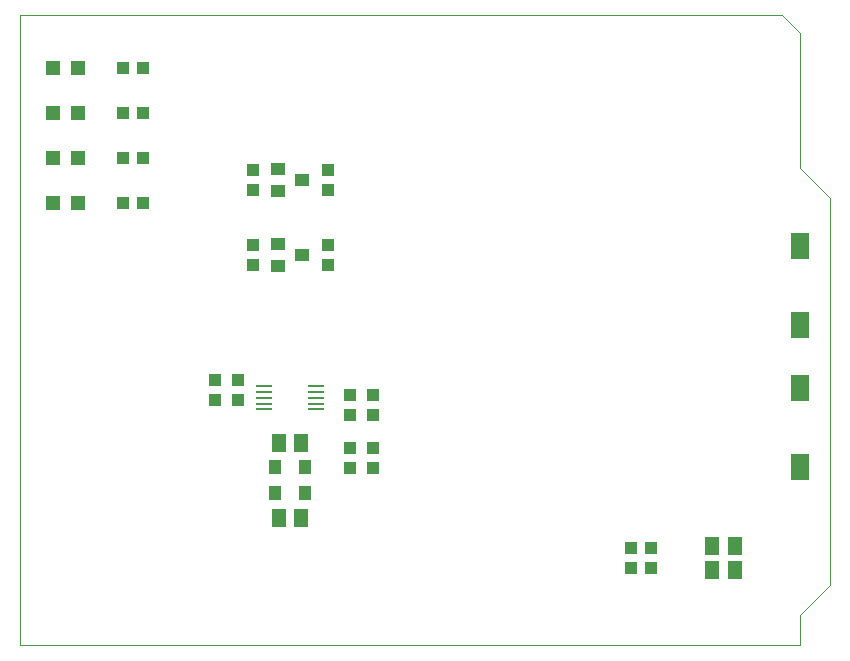
<source format=gtp>
G75*
%MOIN*%
%OFA0B0*%
%FSLAX25Y25*%
%IPPOS*%
%LPD*%
%AMOC8*
5,1,8,0,0,1.08239X$1,22.5*
%
%ADD10C,0.00000*%
%ADD11R,0.05118X0.05906*%
%ADD12R,0.03937X0.04724*%
%ADD13R,0.05600X0.01100*%
%ADD14R,0.04724X0.04724*%
%ADD15R,0.05000X0.03937*%
%ADD16R,0.03937X0.04331*%
%ADD17R,0.04331X0.03937*%
%ADD18R,0.05906X0.09055*%
D10*
X0049300Y0076800D02*
X0049300Y0286800D01*
X0303300Y0286800D01*
X0309300Y0280800D01*
X0309300Y0235800D01*
X0319300Y0225800D01*
X0319300Y0096800D01*
X0309300Y0086800D01*
X0309300Y0076800D01*
X0049300Y0076800D01*
D11*
X0135560Y0119300D03*
X0143040Y0119300D03*
X0143040Y0144300D03*
X0135560Y0144300D03*
X0279935Y0109925D03*
X0287415Y0109925D03*
X0287415Y0101800D03*
X0279935Y0101800D03*
D12*
X0144300Y0127469D03*
X0144300Y0136131D03*
X0134300Y0136131D03*
X0134300Y0127469D03*
D13*
X0130700Y0155400D03*
X0130700Y0157300D03*
X0130700Y0159300D03*
X0130700Y0161300D03*
X0130700Y0163200D03*
X0147900Y0163200D03*
X0147900Y0161300D03*
X0147900Y0159300D03*
X0147900Y0157300D03*
X0147900Y0155400D03*
D14*
X0068434Y0224300D03*
X0060166Y0224300D03*
X0060166Y0239300D03*
X0068434Y0239300D03*
X0068434Y0254300D03*
X0060166Y0254300D03*
X0060166Y0269300D03*
X0068434Y0269300D03*
D15*
X0135363Y0235540D03*
X0143237Y0231800D03*
X0135363Y0228060D03*
X0135363Y0210540D03*
X0135363Y0203060D03*
X0143237Y0206800D03*
D16*
X0151800Y0203454D03*
X0151800Y0210146D03*
X0151800Y0228454D03*
X0151800Y0235146D03*
X0126800Y0235146D03*
X0126800Y0228454D03*
X0126800Y0210146D03*
X0126800Y0203454D03*
X0121800Y0165146D03*
X0121800Y0158454D03*
X0114300Y0158454D03*
X0114300Y0165146D03*
X0159300Y0160146D03*
X0159300Y0153454D03*
X0166800Y0153454D03*
X0166800Y0160146D03*
X0166800Y0142646D03*
X0166800Y0135954D03*
X0159300Y0135954D03*
X0159300Y0142646D03*
D17*
X0252829Y0109300D03*
X0259521Y0109300D03*
X0259521Y0102425D03*
X0252829Y0102425D03*
X0090146Y0224300D03*
X0083454Y0224300D03*
X0083454Y0239300D03*
X0090146Y0239300D03*
X0090146Y0254300D03*
X0083454Y0254300D03*
X0083454Y0269300D03*
X0090146Y0269300D03*
D18*
X0309300Y0209989D03*
X0309300Y0183611D03*
X0309300Y0162489D03*
X0309300Y0136111D03*
M02*

</source>
